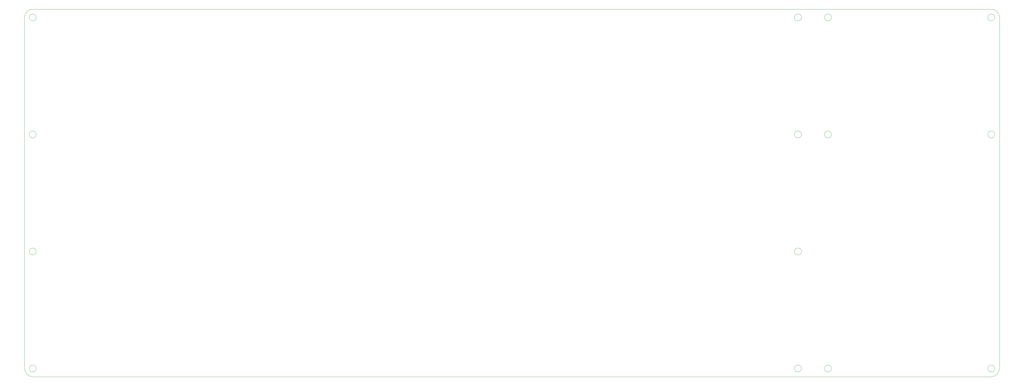
<source format=gbr>
%TF.GenerationSoftware,KiCad,Pcbnew,7.0.7*%
%TF.CreationDate,2024-03-29T21:39:07-04:00*%
%TF.ProjectId,midi-controller_baseplate_teensy,6d696469-2d63-46f6-9e74-726f6c6c6572,rev?*%
%TF.SameCoordinates,Original*%
%TF.FileFunction,Profile,NP*%
%FSLAX46Y46*%
G04 Gerber Fmt 4.6, Leading zero omitted, Abs format (unit mm)*
G04 Created by KiCad (PCBNEW 7.0.7) date 2024-03-29 21:39:07*
%MOMM*%
%LPD*%
G01*
G04 APERTURE LIST*
%TA.AperFunction,Profile*%
%ADD10C,0.100000*%
%TD*%
G04 APERTURE END LIST*
D10*
X379270000Y-79000000D02*
G75*
G03*
X379270000Y-79000000I-1270000J0D01*
G01*
X308270000Y-122000000D02*
G75*
G03*
X308270000Y-122000000I-1270000J0D01*
G01*
X26000000Y-33000000D02*
X378000000Y-33000000D01*
X27270000Y-165000000D02*
G75*
G03*
X27270000Y-165000000I-1270000J0D01*
G01*
X379270000Y-36000000D02*
G75*
G03*
X379270000Y-36000000I-1270000J0D01*
G01*
X378000000Y-168000000D02*
X26000000Y-168000000D01*
X23000000Y-165000000D02*
G75*
G03*
X26000000Y-168000000I3000000J0D01*
G01*
X26000000Y-33000000D02*
G75*
G03*
X23000000Y-36000000I0J-3000000D01*
G01*
X27270000Y-122000000D02*
G75*
G03*
X27270000Y-122000000I-1270000J0D01*
G01*
X308270000Y-36000000D02*
G75*
G03*
X308270000Y-36000000I-1270000J0D01*
G01*
X23000000Y-165000000D02*
X23000000Y-36000000D01*
X319270000Y-79000000D02*
G75*
G03*
X319270000Y-79000000I-1270000J0D01*
G01*
X308270000Y-165000000D02*
G75*
G03*
X308270000Y-165000000I-1270000J0D01*
G01*
X378000000Y-168000000D02*
G75*
G03*
X381000000Y-164999999I0J3000000D01*
G01*
X27270000Y-79000000D02*
G75*
G03*
X27270000Y-79000000I-1270000J0D01*
G01*
X319270000Y-36000000D02*
G75*
G03*
X319270000Y-36000000I-1270000J0D01*
G01*
X308270000Y-79000000D02*
G75*
G03*
X308270000Y-79000000I-1270000J0D01*
G01*
X381000000Y-36000000D02*
G75*
G03*
X378000000Y-33000000I-3000000J0D01*
G01*
X379270000Y-165000000D02*
G75*
G03*
X379270000Y-165000000I-1270000J0D01*
G01*
X319270000Y-165000000D02*
G75*
G03*
X319270000Y-165000000I-1270000J0D01*
G01*
X27270000Y-36000000D02*
G75*
G03*
X27270000Y-36000000I-1270000J0D01*
G01*
X381000000Y-165000000D02*
X381000000Y-36000000D01*
M02*

</source>
